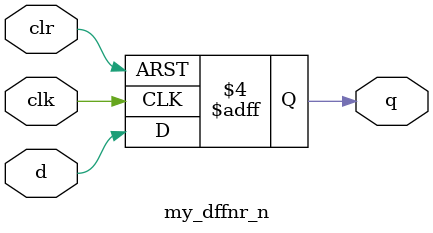
<source format=v>
module my_dffnr_n (
    input d,
    clk,
    clr,
    output reg q
);
  initial q <= 1'b0;
  always @(negedge clk or negedge clr)
    if (!clr) q <= 1'b0;
    else q <= d;
endmodule
</source>
